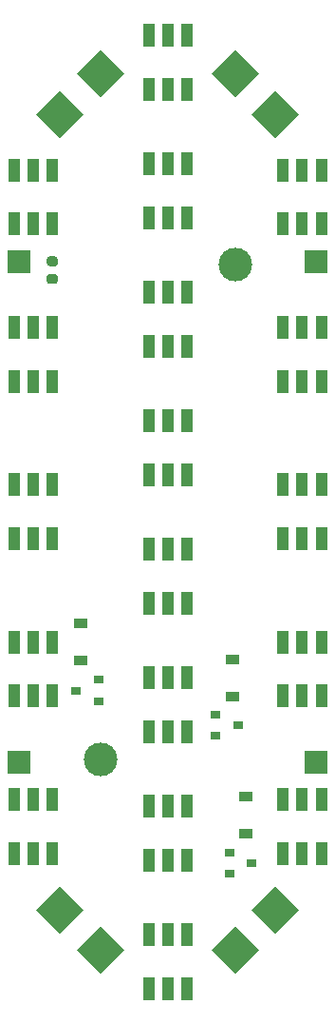
<source format=gbr>
G04 #@! TF.GenerationSoftware,KiCad,Pcbnew,(5.1.7)-1*
G04 #@! TF.CreationDate,2020-10-07T12:45:53-07:00*
G04 #@! TF.ProjectId,bigass_7_segment,62696761-7373-45f3-975f-7365676d656e,rev?*
G04 #@! TF.SameCoordinates,Original*
G04 #@! TF.FileFunction,Soldermask,Top*
G04 #@! TF.FilePolarity,Negative*
%FSLAX46Y46*%
G04 Gerber Fmt 4.6, Leading zero omitted, Abs format (unit mm)*
G04 Created by KiCad (PCBNEW (5.1.7)-1) date 2020-10-07 12:45:53*
%MOMM*%
%LPD*%
G01*
G04 APERTURE LIST*
%ADD10R,1.200000X0.900000*%
%ADD11C,3.000000*%
%ADD12C,0.100000*%
%ADD13R,0.900000X0.800000*%
%ADD14R,1.100000X2.000000*%
%ADD15R,2.000000X2.000000*%
G04 APERTURE END LIST*
D10*
G04 #@! TO.C,D13*
X5800000Y19550000D03*
X5800000Y22850000D03*
G04 #@! TD*
D11*
G04 #@! TO.C,H1*
X6000000Y58000000D03*
G04 #@! TD*
G04 #@! TO.C,H2*
X-6000000Y14000000D03*
G04 #@! TD*
D12*
G04 #@! TO.C,J1*
G36*
X7470782Y71407898D02*
G01*
X9592102Y73529218D01*
X11713422Y71407898D01*
X9592102Y69286578D01*
X7470782Y71407898D01*
G37*
G36*
X3878680Y75000000D02*
G01*
X6000000Y77121320D01*
X8121320Y75000000D01*
X6000000Y72878680D01*
X3878680Y75000000D01*
G37*
G04 #@! TD*
G04 #@! TO.C,J2*
G36*
X9592102Y-1529218D02*
G01*
X7470782Y592102D01*
X9592102Y2713422D01*
X11713422Y592102D01*
X9592102Y-1529218D01*
G37*
G36*
X6000000Y-5121320D02*
G01*
X3878680Y-3000000D01*
X6000000Y-878680D01*
X8121320Y-3000000D01*
X6000000Y-5121320D01*
G37*
G04 #@! TD*
G04 #@! TO.C,J3*
G36*
X-9592102Y73529218D02*
G01*
X-7470782Y71407898D01*
X-9592102Y69286578D01*
X-11713422Y71407898D01*
X-9592102Y73529218D01*
G37*
G36*
X-6000000Y77121320D02*
G01*
X-3878680Y75000000D01*
X-6000000Y72878680D01*
X-8121320Y75000000D01*
X-6000000Y77121320D01*
G37*
G04 #@! TD*
G04 #@! TO.C,J4*
G36*
X-7470782Y592102D02*
G01*
X-9592102Y-1529218D01*
X-11713422Y592102D01*
X-9592102Y2713422D01*
X-7470782Y592102D01*
G37*
G36*
X-3878680Y-3000000D02*
G01*
X-6000000Y-5121320D01*
X-8121320Y-3000000D01*
X-6000000Y-878680D01*
X-3878680Y-3000000D01*
G37*
G04 #@! TD*
D13*
G04 #@! TO.C,Q1*
X6250000Y17000000D03*
X4250000Y16050000D03*
X4250000Y17950000D03*
G04 #@! TD*
G04 #@! TO.C,R1*
G36*
G01*
X-10556250Y57150000D02*
X-10043750Y57150000D01*
G75*
G02*
X-9825000Y56931250I0J-218750D01*
G01*
X-9825000Y56493750D01*
G75*
G02*
X-10043750Y56275000I-218750J0D01*
G01*
X-10556250Y56275000D01*
G75*
G02*
X-10775000Y56493750I0J218750D01*
G01*
X-10775000Y56931250D01*
G75*
G02*
X-10556250Y57150000I218750J0D01*
G01*
G37*
G36*
G01*
X-10556250Y58725000D02*
X-10043750Y58725000D01*
G75*
G02*
X-9825000Y58506250I0J-218750D01*
G01*
X-9825000Y58068750D01*
G75*
G02*
X-10043750Y57850000I-218750J0D01*
G01*
X-10556250Y57850000D01*
G75*
G02*
X-10775000Y58068750I0J218750D01*
G01*
X-10775000Y58506250D01*
G75*
G02*
X-10556250Y58725000I218750J0D01*
G01*
G37*
G04 #@! TD*
D14*
G04 #@! TO.C,D2*
X-10300000Y47600000D03*
X-12000000Y47600000D03*
X-13700000Y47600000D03*
X-13700000Y52400000D03*
X-12000000Y52400000D03*
X-10300000Y52400000D03*
G04 #@! TD*
G04 #@! TO.C,D8*
X1700000Y62171429D03*
X0Y62171429D03*
X-1700000Y62171429D03*
X-1700000Y66971429D03*
X0Y66971429D03*
X1700000Y66971429D03*
G04 #@! TD*
G04 #@! TO.C,D15*
X13700000Y47600000D03*
X12000000Y47600000D03*
X10300000Y47600000D03*
X10300000Y52400000D03*
X12000000Y52400000D03*
X13700000Y52400000D03*
G04 #@! TD*
G04 #@! TO.C,D3*
X1700000Y39314287D03*
X0Y39314287D03*
X-1700000Y39314287D03*
X-1700000Y44114287D03*
X0Y44114287D03*
X1700000Y44114287D03*
G04 #@! TD*
G04 #@! TO.C,D9*
X1700000Y50742858D03*
X0Y50742858D03*
X-1700000Y50742858D03*
X-1700000Y55542858D03*
X0Y55542858D03*
X1700000Y55542858D03*
G04 #@! TD*
G04 #@! TO.C,D16*
X13700000Y33600000D03*
X12000000Y33600000D03*
X10300000Y33600000D03*
X10300000Y38400000D03*
X12000000Y38400000D03*
X13700000Y38400000D03*
G04 #@! TD*
G04 #@! TO.C,D4*
X-10300000Y33600000D03*
X-12000000Y33600000D03*
X-13700000Y33600000D03*
X-13700000Y38400000D03*
X-12000000Y38400000D03*
X-10300000Y38400000D03*
G04 #@! TD*
G04 #@! TO.C,D10*
X1700000Y16457145D03*
X0Y16457145D03*
X-1700000Y16457145D03*
X-1700000Y21257145D03*
X0Y21257145D03*
X1700000Y21257145D03*
G04 #@! TD*
G04 #@! TO.C,D17*
X1700000Y27885716D03*
X0Y27885716D03*
X-1700000Y27885716D03*
X-1700000Y32685716D03*
X0Y32685716D03*
X1700000Y32685716D03*
G04 #@! TD*
G04 #@! TO.C,D5*
X-10300000Y19600000D03*
X-12000000Y19600000D03*
X-13700000Y19600000D03*
X-13700000Y24400000D03*
X-12000000Y24400000D03*
X-10300000Y24400000D03*
G04 #@! TD*
G04 #@! TO.C,D11*
X1700000Y5028574D03*
X0Y5028574D03*
X-1700000Y5028574D03*
X-1700000Y9828574D03*
X0Y9828574D03*
X1700000Y9828574D03*
G04 #@! TD*
G04 #@! TO.C,D18*
X13700000Y19600000D03*
X12000000Y19600000D03*
X10300000Y19600000D03*
X10300000Y24400000D03*
X12000000Y24400000D03*
X13700000Y24400000D03*
G04 #@! TD*
G04 #@! TO.C,D6*
X-10300000Y5600000D03*
X-12000000Y5600000D03*
X-13700000Y5600000D03*
X-13700000Y10400000D03*
X-12000000Y10400000D03*
X-10300000Y10400000D03*
G04 #@! TD*
G04 #@! TO.C,D12*
X1700000Y-6400000D03*
X0Y-6400000D03*
X-1700000Y-6400000D03*
X-1700000Y-1600000D03*
X0Y-1600000D03*
X1700000Y-1600000D03*
G04 #@! TD*
G04 #@! TO.C,D19*
X13700000Y5600000D03*
X12000000Y5600000D03*
X10300000Y5600000D03*
X10300000Y10400000D03*
X12000000Y10400000D03*
X13700000Y10400000D03*
G04 #@! TD*
G04 #@! TO.C,D1*
X-10300000Y61600000D03*
X-12000000Y61600000D03*
X-13700000Y61600000D03*
X-13700000Y66400000D03*
X-12000000Y66400000D03*
X-10300000Y66400000D03*
G04 #@! TD*
G04 #@! TO.C,D7*
X1700000Y73600000D03*
X0Y73600000D03*
X-1700000Y73600000D03*
X-1700000Y78400000D03*
X0Y78400000D03*
X1700000Y78400000D03*
G04 #@! TD*
G04 #@! TO.C,D14*
X13700000Y61600000D03*
X12000000Y61600000D03*
X10300000Y61600000D03*
X10300000Y66400000D03*
X12000000Y66400000D03*
X13700000Y66400000D03*
G04 #@! TD*
D15*
G04 #@! TO.C,J5*
X13250000Y13750000D03*
G04 #@! TD*
G04 #@! TO.C,J6*
X-13250000Y13750000D03*
G04 #@! TD*
G04 #@! TO.C,J7*
X-13250000Y58250000D03*
G04 #@! TD*
G04 #@! TO.C,J8*
X13250000Y58250000D03*
G04 #@! TD*
D10*
G04 #@! TO.C,D20*
X-7800000Y22750000D03*
X-7800000Y26050000D03*
G04 #@! TD*
G04 #@! TO.C,D21*
X7000000Y7350000D03*
X7000000Y10650000D03*
G04 #@! TD*
D13*
G04 #@! TO.C,Q2*
X-8200000Y20100000D03*
X-6200000Y21050000D03*
X-6200000Y19150000D03*
G04 #@! TD*
G04 #@! TO.C,Q3*
X7500000Y4750000D03*
X5500000Y3800000D03*
X5500000Y5700000D03*
G04 #@! TD*
M02*

</source>
